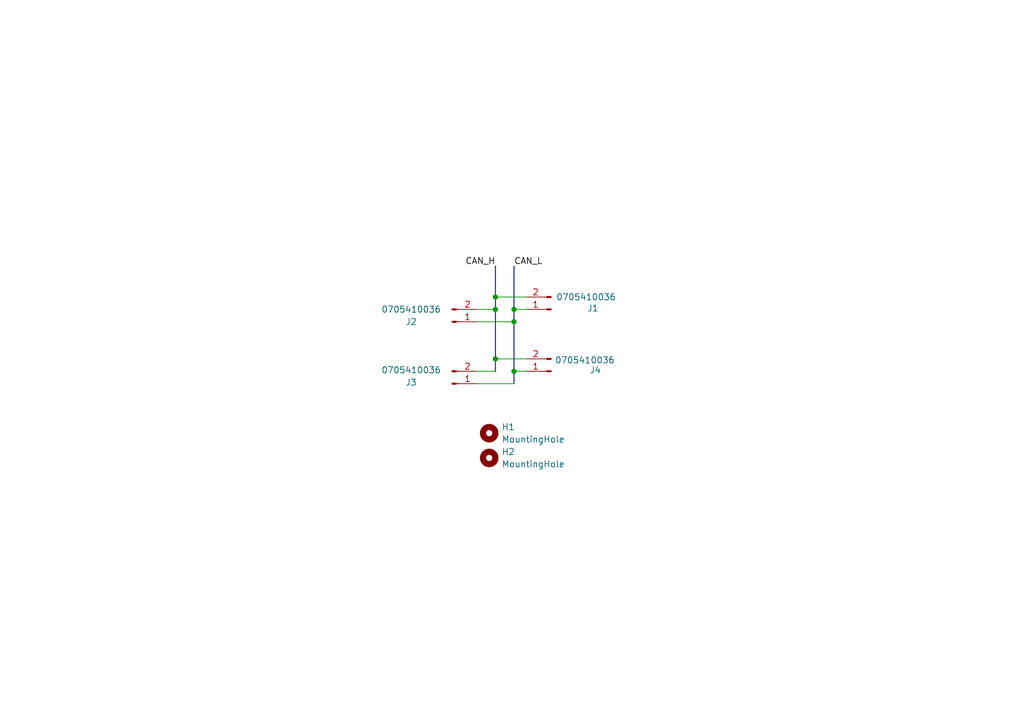
<source format=kicad_sch>
(kicad_sch (version 20231120) (generator "eeschema") (generator_version "8.0")
  (paper "A5")
  (title_block (title "Wiedmuller") (date "2024-09-09") (rev "R1") (company "Spartan Robotics") (comment 1 "West Coast Products"))
  (lib_symbols
    (symbol "Connector:Conn_01x02_Pin" (pin_names (offset 1.016) hide)
      (property "Reference" "J" (at 0 2.54 0))
      (property "Value" "Conn_01x02_Pin" (at 0 -5.08 0))
      (symbol "Conn_01x02_Pin_1_1"
        (polyline (pts (xy 1.27 -2.54) (xy 0.8636 -2.54)) (stroke (width 0.1524)))
        (polyline (pts (xy 1.27 0) (xy 0.8636 0)) (stroke (width 0.1524)))
        (rectangle (start 0.8636 -2.413) (end 0 -2.667) (stroke (width 0.1524)) (fill (type outline)))
        (rectangle (start 0.8636 0.127) (end 0 -0.127) (stroke (width 0.1524)) (fill (type outline)))
        (pin passive line (at 5.08 0 180) (length 3.81) (name "Pin_1") (number "1"))
        (pin passive line (at 5.08 -2.54 180) (length 3.81) (name "Pin_2") (number "2"))
      )
    )
    (symbol "Mechanical:MountingHole" (pin_names (offset 1.016)) (exclude_from_sim yes) (in_bom no)
      (property "Reference" "H" (at 0 5.08 0))
      (property "Value" "MountingHole" (at 0 3.175 0))
      (symbol "MountingHole_0_1"
        (circle (center 0 0) (radius 1.27) (stroke (width 1.27)))
      )
    )
  )
  (junction (at 105.41 66.04))
  (junction (at 101.6 73.66))
  (junction (at 101.6 63.5))
  (junction (at 101.6 60.96))
  (junction (at 105.41 63.5))
  (junction (at 105.41 76.2))
  (wire (pts (xy 105.41 54.61) (xy 105.41 63.5)) (stroke (width 0.2) (color 16 30 148 1)))
  (wire (pts (xy 97.79 63.5) (xy 101.6 63.5)))
  (wire (pts (xy 101.6 60.96) (xy 107.95 60.96)))
  (wire (pts (xy 97.79 78.74) (xy 105.41 78.74)))
  (wire (pts (xy 105.41 66.04) (xy 105.41 76.2)) (stroke (width 0.2) (color 16 30 148 1)))
  (wire (pts (xy 101.6 76.2) (xy 97.79 76.2)))
  (wire (pts (xy 105.41 76.2) (xy 105.41 78.74)) (stroke (width 0.2) (color 16 30 148 1)))
  (wire (pts (xy 97.79 66.04) (xy 105.41 66.04)))
  (wire (pts (xy 107.95 76.2) (xy 105.41 76.2)))
  (wire (pts (xy 101.6 73.66) (xy 107.95 73.66)))
  (wire (pts (xy 101.6 60.96) (xy 101.6 63.5)) (stroke (width 0.2) (color 16 30 148 1)))
  (wire (pts (xy 101.6 76.2) (xy 101.6 73.66)) (stroke (width 0.2) (color 16 30 148 1)))
  (wire (pts (xy 105.41 66.04) (xy 105.41 63.5)) (stroke (width 0.2) (color 16 30 148 1)))
  (wire (pts (xy 101.6 54.61) (xy 101.6 60.96)) (stroke (width 0.2) (color 16 30 148 1)))
  (wire (pts (xy 105.41 63.5) (xy 107.95 63.5)))
  (wire (pts (xy 101.6 63.5) (xy 101.6 73.66)) (stroke (width 0.2) (color 16 30 148 1)))
  (label "CAN_L" (at 105.41 54.61 0))
  (label "CAN_H" (at 101.6 54.61 180))
  (symbol (lib_id "Mechanical:MountingHole") (at 100.33 93.98 0) (unit 1) (exclude_from_sim yes) (in_bom no)
    (property "Reference" "H2" (at 102.87 92.7099 0) (effects (justify left)))
    (property "Value" "MountingHole" (at 102.87 95.2499 0) (effects (justify left)))
    (property "Footprint" "MountingHole:MountingHole_2.1mm" (effects (hide yes)))
    (property "Description" "Mounting Hole without connection" (effects (hide yes)))
  )
  (symbol (lib_id "Connector:Conn_01x02_Pin") (at 113.03 76.2 180) (unit 1)
    (property "Reference" "J4" (at 120.904 75.946 0) (effects (justify right)))
    (property "Value" "0705410036" (at 113.792 73.914 0) (effects (justify right)))
    (property "Footprint" "Sl-Can:70541-0036" (effects (hide yes)))
    (property "Datasheet" "Components/PS-70400.pdf" (effects (hide yes)))
    (property "Description" "Generic connector, single row, 01x02, script generated" (effects (hide yes)))
    (property "DIST" "DIGIKEY" (effects (hide yes)))
    (property "DIST P/N" "WM14049-ND" (effects (hide yes)))
    (property "MFG" "MOLEX" (effects (hide yes)))
    (property "MFG P/N" "0705410036" (effects (hide yes)))
  )
  (symbol (lib_id "Connector:Conn_01x02_Pin") (at 92.71 66.04 0) (mirror x) (unit 1)
    (property "Reference" "J2" (at 84.328 66.04 0))
    (property "Value" "0705410036" (at 84.328 63.5 0))
    (property "Footprint" "Sl-Can:70541-0036" (effects (hide yes)))
    (property "Datasheet" "Components/PS-70400.pdf" (effects (hide yes)))
    (property "Description" "Generic connector, single row, 01x02, script generated" (effects (hide yes)))
    (property "DIST" "DIGIKEY" (effects (hide yes)))
    (property "DIST P/N" "WM14049-ND" (effects (hide yes)))
    (property "MFG" "MOLEX" (effects (hide yes)))
    (property "MFG P/N" "0705410036" (effects (hide yes)))
  )
  (symbol (lib_id "Connector:Conn_01x02_Pin") (at 92.71 78.74 0) (mirror x) (unit 1)
    (property "Reference" "J3" (at 84.328 78.486 0))
    (property "Value" "0705410036" (at 84.328 75.946 0))
    (property "Footprint" "Sl-Can:70541-0036" (effects (hide yes)))
    (property "Datasheet" "Components/PS-70400.pdf" (effects (hide yes)))
    (property "Description" "2 Pin" (effects (hide yes)))
    (property "MFG" "MOLEX" (effects (hide yes)))
    (property "MFG P/N" "0705410036" (effects (hide yes)))
    (property "DIST" "DIGIKEY" (effects (hide yes)))
    (property "DIST P/N" "WM14049-ND" (effects (hide yes)))
  )
  (symbol (lib_id "Mechanical:MountingHole") (at 100.33 88.9 0) (unit 1) (exclude_from_sim yes) (in_bom no)
    (property "Reference" "H1" (at 102.87 87.6299 0) (effects (justify left)))
    (property "Value" "MountingHole" (at 102.87 90.1699 0) (effects (justify left)))
    (property "Footprint" "MountingHole:MountingHole_2.1mm" (effects (hide yes)))
    (property "Description" "Mounting Hole without connection" (effects (hide yes)))
  )
  (symbol (lib_id "Connector:Conn_01x02_Pin") (at 113.03 63.5 180) (unit 1)
    (property "Reference" "J1" (at 120.396 63.246 0) (effects (justify right)))
    (property "Value" "0705410036" (at 114.046 60.96 0) (effects (justify right)))
    (property "Footprint" "Sl-Can:70541-0036" (effects (hide yes)))
    (property "Datasheet" "Components/PS-70400.pdf" (effects (hide yes)))
    (property "Description" "Generic connector, single row, 01x02, script generated" (effects (hide yes)))
    (property "DIST" "DIGIKEY" (effects (hide yes)))
    (property "DIST P/N" "WM14049-ND" (effects (hide yes)))
    (property "MFG" "MOLEX" (effects (hide yes)))
    (property "MFG P/N" "0705410036" (effects (hide yes)))
  )
)
</source>
